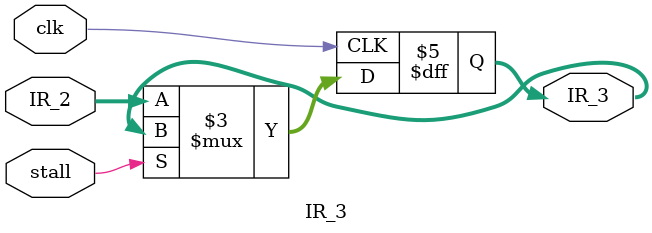
<source format=v>
`timescale 1ns / 1ps


module IR_3(
input [31:0]IR_2,
input clk,
input stall,
output reg [31:0]IR_3
    );
    always@(posedge clk)
    begin
    if(stall);
    else begin
        IR_3 <= IR_2;
    end
    end
endmodule

</source>
